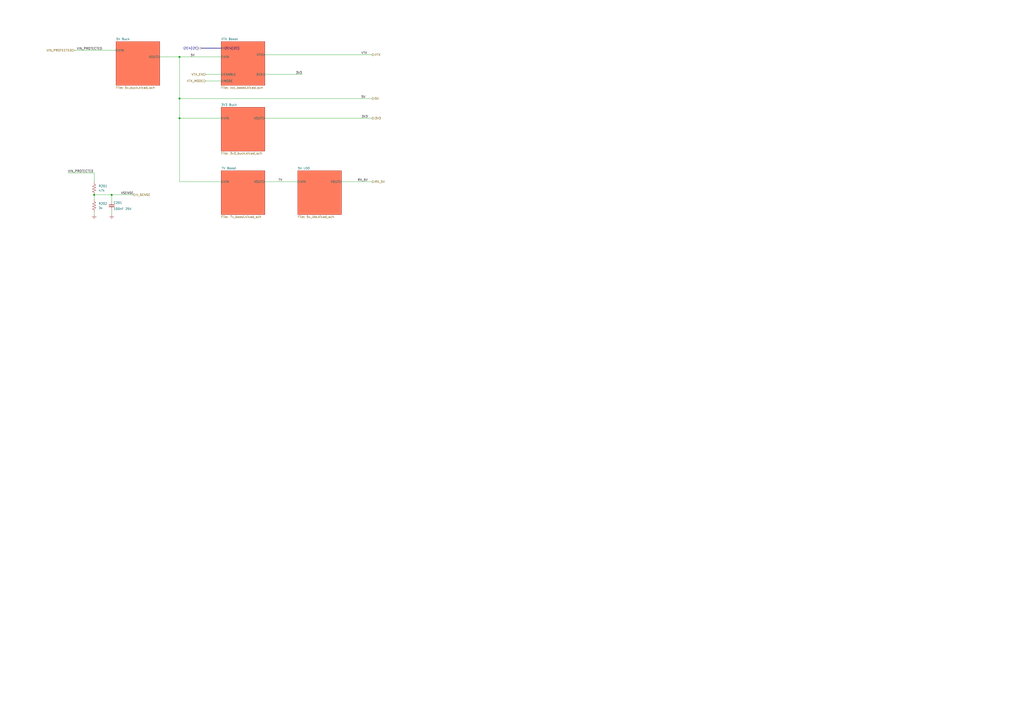
<source format=kicad_sch>
(kicad_sch (version 20250114) (generator "eeschema") (generator_version "9.0")
  (paper "A2")
  (lib_symbols
    (symbol "BR_Capacitors_0201:C_0201_100nF_25V_X7R_10%" (pin_numbers (hide yes)) (pin_names (offset 0.254) (hide yes))
      (property "Reference" "C" (at 1.016 1.778 0))
      (property "Value" "100nF 25V" (at 1.016 -1.778 0))
      (symbol "C_0201_100nF_25V_X7R_10%_0_1"
        (polyline (pts (xy -1.524 0.508) (xy 1.524 0.508)) (stroke (width 0.3048)))
        (polyline (pts (xy -1.524 -0.508) (xy 1.524 -0.508)) (stroke (width 0.3302)))
      )
      (symbol "C_0201_100nF_25V_X7R_10%_1_1"
        (pin passive line (at 0 2.54 270) (length 2.032) (name "~") (number "1"))
        (pin passive line (at 0 -2.54 90) (length 2.032) (name "~") (number "2"))
      )
    )
    (symbol "BR_Resistors_0201:R_0201_3k" (pin_numbers (hide yes)) (pin_names (offset 0) (hide yes))
      (property "Reference" "R" (at 1.524 1.27 0))
      (property "Value" "3k" (at 1.524 -1.27 0))
      (symbol "R_0201_3k_0_1"
        (polyline (pts (xy 0 2.286) (xy 0 2.54)))
        (polyline (pts (xy 0 2.286) (xy 1.016 1.905) (xy 0 1.524) (xy -1.016 1.143) (xy 0 0.762)))
        (polyline (pts (xy 0 0.762) (xy 1.016 0.381) (xy 0 0) (xy -1.016 -0.381) (xy 0 -0.762)))
        (polyline (pts (xy 0 -0.762) (xy 1.016 -1.143) (xy 0 -1.524) (xy -1.016 -1.905) (xy 0 -2.286)))
        (polyline (pts (xy 0 -2.286) (xy 0 -2.54)))
      )
      (symbol "R_0201_3k_1_1"
        (pin passive line (at 0 3.81 270) (length 1.27) (name "~") (number "1"))
        (pin passive line (at 0 -3.81 90) (length 1.27) (name "~") (number "2"))
      )
    )
    (symbol "BR_Resistors_0201:R_0201_47k" (pin_numbers (hide yes)) (pin_names (offset 0) (hide yes))
      (property "Reference" "R" (at 1.524 1.27 0))
      (property "Value" "47k" (at 1.524 -1.27 0))
      (symbol "R_0201_47k_0_1"
        (polyline (pts (xy 0 2.286) (xy 0 2.54)))
        (polyline (pts (xy 0 2.286) (xy 1.016 1.905) (xy 0 1.524) (xy -1.016 1.143) (xy 0 0.762)))
        (polyline (pts (xy 0 0.762) (xy 1.016 0.381) (xy 0 0) (xy -1.016 -0.381) (xy 0 -0.762)))
        (polyline (pts (xy 0 -0.762) (xy 1.016 -1.143) (xy 0 -1.524) (xy -1.016 -1.905) (xy 0 -2.286)))
        (polyline (pts (xy 0 -2.286) (xy 0 -2.54)))
      )
      (symbol "R_0201_47k_1_1"
        (pin passive line (at 0 3.81 270) (length 1.27) (name "~") (number "1"))
        (pin passive line (at 0 -3.81 90) (length 1.27) (name "~") (number "2"))
      )
    )
    (symbol "BR_Virtual_Parts:GND" (power) (pin_numbers (hide yes)) (pin_names (offset 0) (hide yes))
      (property "Value" "GND" (at 0 -3.556 0))
      (symbol "GND_0_1"
        (polyline (pts (xy -0.635 -1.905) (xy 0.635 -1.905)))
        (polyline (pts (xy -0.127 -2.54) (xy 0.127 -2.54)))
        (polyline (pts (xy 0 -1.27) (xy 0 0)))
        (polyline (pts (xy 1.27 -1.27) (xy -1.27 -1.27)))
      )
      (symbol "GND_1_1"
        (pin power_in line (at 0 0 270) (length 0) (hide yes) (name "GNDREF") (number "1"))
      )
    )
  )
  (junction (at 104.14 33.02))
  (junction (at 64.77 113.03))
  (junction (at 104.14 68.58))
  (junction (at 54.61 113.03))
  (junction (at 104.14 57.15))
  (wire (pts (xy 215.9 57.15) (xy 104.14 57.15)))
  (wire (pts (xy 104.14 68.58) (xy 128.27 68.58)))
  (wire (pts (xy 54.61 123.19) (xy 54.61 124.46)))
  (wire (pts (xy 198.12 105.41) (xy 215.9 105.41)))
  (wire (pts (xy 64.77 121.92) (xy 64.77 124.46)))
  (wire (pts (xy 92.71 33.02) (xy 104.14 33.02)))
  (wire (pts (xy 54.61 100.33) (xy 54.61 105.41)))
  (wire (pts (xy 104.14 105.41) (xy 128.27 105.41)))
  (wire (pts (xy 104.14 68.58) (xy 104.14 105.41)))
  (wire (pts (xy 64.77 113.03) (xy 77.47 113.03)))
  (wire (pts (xy 54.61 115.57) (xy 54.61 113.03)))
  (wire (pts (xy 64.77 113.03) (xy 54.61 113.03)))
  (wire (pts (xy 119.38 43.18) (xy 128.27 43.18)))
  (wire (pts (xy 119.38 46.99) (xy 128.27 46.99)))
  (wire (pts (xy 43.18 29.21) (xy 67.31 29.21)))
  (wire (pts (xy 104.14 57.15) (xy 104.14 68.58)))
  (wire (pts (xy 153.67 31.75) (xy 215.9 31.75)))
  (wire (pts (xy 39.37 100.33) (xy 54.61 100.33)))
  (wire (pts (xy 104.14 33.02) (xy 104.14 57.15)))
  (wire (pts (xy 153.67 105.41) (xy 172.72 105.41)))
  (wire (pts (xy 64.77 113.03) (xy 64.77 116.84)))
  (wire (pts (xy 153.67 68.58) (xy 215.9 68.58)))
  (wire (pts (xy 153.67 43.18) (xy 175.26 43.18)))
  (bus (pts (xy 116.84 27.94) (xy 128.27 27.94)))
  (wire (pts (xy 104.14 33.02) (xy 128.27 33.02)))
  (label "3V3" (at 213.36 68.58 180))
  (label "3V3" (at 175.26 43.18 180))
  (label "RX_5V" (at 213.36 105.41 180))
  (label "7V" (at 161.29 105.41 0))
  (label "VIN_PROTECTED" (at 39.37 100.33 0))
  (label "5V" (at 209.55 57.15 0))
  (label "VTX" (at 209.55 31.75 0))
  (label "VSENSE" (at 77.47 113.03 180))
  (label "VIN_PROTECTED" (at 44.45 29.21 0))
  (label "5V" (at 110.49 33.02 0))
  (hierarchical_label "VIN_PROTECTED" (shape input) (at 43.18 29.21 180))
  (hierarchical_label "5V" (shape output) (at 215.9 57.15 0))
  (hierarchical_label "VTX_EN" (shape input) (at 119.38 43.18 180))
  (hierarchical_label "RX_5V" (shape output) (at 215.9 105.41 0))
  (hierarchical_label "VTX" (shape output) (at 215.9 31.75 0))
  (hierarchical_label "3V3" (shape output) (at 215.9 68.58 0))
  (hierarchical_label "VTX_MODE" (shape input) (at 119.38 46.99 180))
  (hierarchical_label "I2C4{I2C}" (shape bidirectional) (at 116.84 27.94 180))
  (hierarchical_label "V_SENSE" (shape output) (at 77.47 113.03 0))
  (symbol (lib_id "BR_Resistors_0201:R_0201_47k") (at 54.61 109.22 180) (unit 1)
    (property "Reference" "R201" (at 57.15 107.9499 0) (effects (justify right)))
    (property "Value" "47k" (at 57.15 110.4899 0) (effects (justify right)))
    (property "Footprint" "BR_Passives:R_0201_0603Metric-minimized" (effects (hide yes)))
    (property "Datasheet" "https://www.lcsc.com/datasheet/lcsc_datasheet_2304140030_YAGEO-RC0201FR-0747KL_C138139.pdf" (effects (hide yes)))
    (property "Description" "47k 1% 200ppm 50mW Thick Film Resistor 0201" (effects (hide yes)))
    (property "Manufacturer" "YAGEO" (effects (hide yes)))
    (property "Manufacturer Part Num" "RC0201FR-0747KL" (effects (hide yes)))
    (property "Supplier 1" "DigiKey" (effects (hide yes)))
    (property "Supplier Part Num 1" "311-47KMCT-ND" (effects (hide yes)))
    (property "Supplier 2" "Mouser" (effects (hide yes)))
    (property "Supplier Part Num 2" "603-RC0201FR-0747KL" (effects (hide yes)))
    (property "Supplier 3" "JLCPCB" (effects (hide yes)))
    (property "Supplier Part Num 3" "C138139" (effects (hide yes)))
    (property "BRE Number" "BRE-000278" (effects (hide yes)))
  )
  (symbol (lib_id "BR_Resistors_0201:R_0201_3k") (at 54.61 119.38 0) (unit 1)
    (property "Reference" "R202" (at 57.15 118.1099 0) (effects (justify left)))
    (property "Value" "3k" (at 57.15 120.6499 0) (effects (justify left)))
    (property "Footprint" "BR_Passives:R_0201_0603Metric-minimized" (effects (hide yes)))
    (property "Datasheet" "https://www.lcsc.com/datasheet/lcsc_datasheet_2304140030_YAGEO-RC0201FR-073KL_C142016.pdf" (effects (hide yes)))
    (property "Description" "3k 1% 200ppm 50mW Chip Resistor 0201" (effects (hide yes)))
    (property "Manufacturer" "YAGEO" (effects (hide yes)))
    (property "Manufacturer Part Num" "RC0201FR-073KL" (effects (hide yes)))
    (property "Supplier 1" "DigiKey" (effects (hide yes)))
    (property "Supplier Part Num 1" "YAG2656CT-ND" (effects (hide yes)))
    (property "Supplier 2" "Mouser" (effects (hide yes)))
    (property "Supplier Part Num 2" "603-RC0201FR-073KL" (effects (hide yes)))
    (property "Supplier 3" "JLCPCB" (effects (hide yes)))
    (property "Supplier Part Num 3" "C142016" (effects (hide yes)))
    (property "BRE Number" "BRE-000275" (effects (hide yes)))
  )
  (symbol (lib_id "BR_Virtual_Parts:GND") (at 64.77 124.46 0) (unit 1)
    (property "Reference" "#PWR0202" (effects (hide yes)))
    (property "Value" "GND" (effects (hide yes)))
  )
  (symbol (lib_id "BR_Capacitors_0201:C_0201_100nF_25V_X7R_10%") (at 64.77 119.38 0) (unit 1)
    (property "Reference" "C201" (at 65.786 117.602 0) (effects (justify left)))
    (property "Value" "100nF 25V" (at 65.786 121.158 0) (effects (justify left)))
    (property "Footprint" "BR_Passives:C_0201_0603Metric-minimized" (effects (hide yes)))
    (property "Datasheet" "https://www.lcsc.com/datasheet/lcsc_datasheet_2108070630_Murata-Electronics-GRM033R61E104KE14J_C2649540.pdf" (effects (hide yes)))
    (property "Description" "100nF 25V X7R 10% Ceramic Capacitor 0201" (effects (hide yes)))
    (property "Manufacturer" "Murata Electronics" (effects (hide yes)))
    (property "Manufacturer Part Num" "GRM033R61E104KE14J" (effects (hide yes)))
    (property "Supplier 1" "DigiKey" (effects (hide yes)))
    (property "Supplier Part Num 1" "490-14571-1-ND" (effects (hide yes)))
    (property "Supplier 2" "Mouser" (effects (hide yes)))
    (property "Supplier Part Num 2" "81-GRM033R61E104KE4J" (effects (hide yes)))
    (property "Supplier 3" "JLCPCB" (effects (hide yes)))
    (property "Supplier Part Num 3" "C2649540" (effects (hide yes)))
    (property "BRE Number" "BRE-000000" (effects (hide yes)))
  )
  (symbol (lib_id "BR_Virtual_Parts:GND") (at 54.61 124.46 0) (unit 1)
    (property "Reference" "#PWR0201" (effects (hide yes)))
    (property "Value" "GND" (effects (hide yes)))
  )
  (sheet (at 128.27 62.23) (size 25.4 25.4) (stroke (width 0.1524)) (fill (color 255 123 94 1.0000))
    (property "Sheetname" "3V3 Buck" (at 128.27 61.5184 0) (effects (justify left bottom)))
    (property "Sheetfile" "3v3_buck.kicad_sch" (at 128.27 88.2146 0) (effects (justify left top)))
    (pin "VIN" input (at 128.27 68.58 180))
    (pin "VOUT" output (at 153.67 68.58 0))
  )
  (sheet (at 67.31 24.13) (size 25.4 25.4) (stroke (width 0.1524)) (fill (color 255 123 94 1.0000))
    (property "Sheetname" "5V Buck" (at 67.31 23.4184 0) (effects (justify left bottom)))
    (property "Sheetfile" "5v_buck.kicad_sch" (at 67.31 50.1146 0) (effects (justify left top)))
    (pin "VIN" input (at 67.31 29.21 180))
    (pin "VOUT" output (at 92.71 33.02 0))
  )
  (sheet (at 128.27 99.06) (size 25.4 25.4) (stroke (width 0.1524)) (fill (color 255 123 94 1.0000))
    (property "Sheetname" "7V Boost" (at 128.27 98.3484 0) (effects (justify left bottom)))
    (property "Sheetfile" "7v_boost.kicad_sch" (at 128.27 125.0446 0) (effects (justify left top)))
    (pin "VIN" input (at 128.27 105.41 180))
    (pin "VOUT" output (at 153.67 105.41 0))
  )
  (sheet (at 172.72 99.06) (size 25.4 25.4) (stroke (width 0.1524)) (fill (color 255 123 94 1.0000))
    (property "Sheetname" "5V LDO" (at 172.72 98.3484 0) (effects (justify left bottom)))
    (property "Sheetfile" "5v_ldo.kicad_sch" (at 172.72 125.0446 0) (effects (justify left top)))
    (pin "VIN" input (at 172.72 105.41 180))
    (pin "VOUT" output (at 198.12 105.41 0))
  )
  (sheet (at 128.27 24.13) (size 25.4 25.4) (stroke (width 0.1524)) (fill (color 255 123 94 1.0000))
    (property "Sheetname" "VTX Boost" (at 128.27 23.4184 0) (effects (justify left bottom)))
    (property "Sheetfile" "vcc_boost.kicad_sch" (at 128.27 50.1146 0) (effects (justify left top)))
    (pin "3V3" input (at 153.67 43.18 0))
    (pin "I2C4{I2C}" bidirectional (at 128.27 27.94 180))
    (pin "VIN" input (at 128.27 33.02 180))
    (pin "ENABLE" input (at 128.27 43.18 180))
    (pin "MODE" input (at 128.27 46.99 180))
    (pin "VTX" output (at 153.67 31.75 0))
  )
)
</source>
